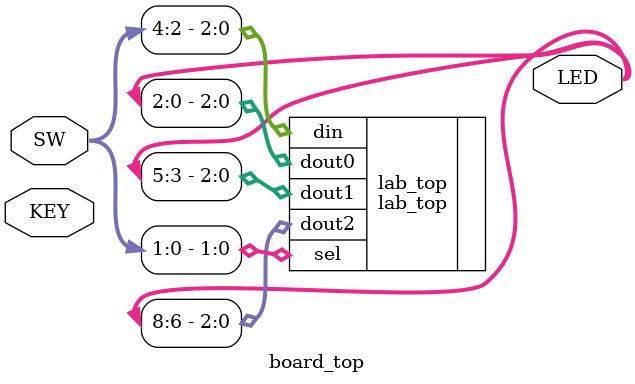
<source format=v>

module board_top
(
    input   [ 1:0]  KEY,
    input   [ 9:0]  SW,
    output  [ 9:0]  LED
);
    lab_top lab_top
    (
        .din   ( SW [4:2] ),
        .sel   ( SW [1:0] ),
        .dout0 ( LED[2:0] ),
        .dout1 ( LED[5:3] ),
        .dout2 ( LED[8:6] ) 
    );

endmodule

</source>
